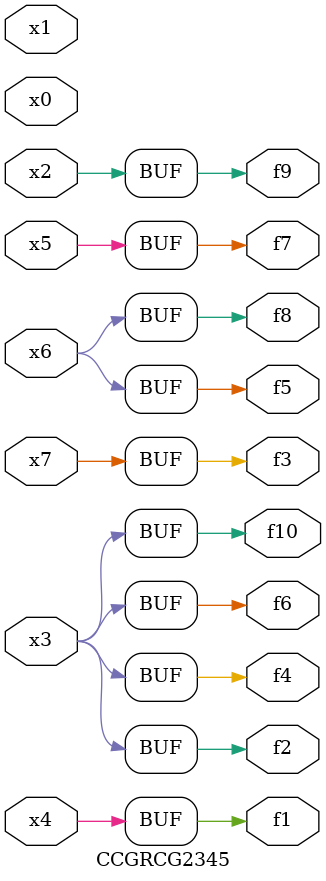
<source format=v>
module CCGRCG2345(
	input x0, x1, x2, x3, x4, x5, x6, x7,
	output f1, f2, f3, f4, f5, f6, f7, f8, f9, f10
);
	assign f1 = x4;
	assign f2 = x3;
	assign f3 = x7;
	assign f4 = x3;
	assign f5 = x6;
	assign f6 = x3;
	assign f7 = x5;
	assign f8 = x6;
	assign f9 = x2;
	assign f10 = x3;
endmodule

</source>
